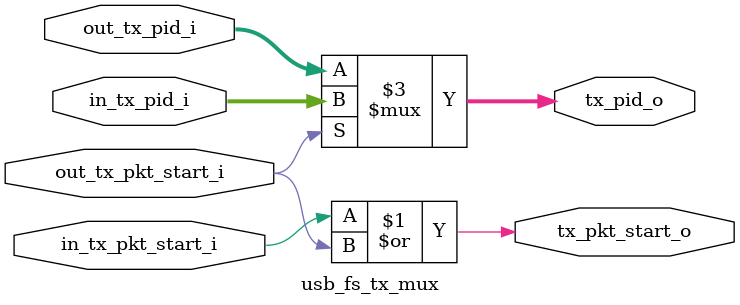
<source format=sv>

module usb_fs_tx_mux (
  // interface to IN Protocol Engine
  input  logic in_tx_pkt_start_i,
  input  logic [3:0] in_tx_pid_i, // BUG_9: Inserted bitwise_corruption bug

  // interface to OUT Protocol Engine
  input  logic out_tx_pkt_start_i,
  input  logic [3:0] out_tx_pid_i,

  // interface to tx module
  output logic tx_pkt_start_o, // BUG_10: Inserted missing_assignment bug
  output logic [3:0] tx_pid_o
);

  assign tx_pkt_start_o = in_tx_pkt_start_i | out_tx_pkt_start_i;
  assign tx_pid_o       = ~out_tx_pkt_start_i ? out_tx_pid_i : in_tx_pid_i; // BUG_11: Inserted logic_bug bug

endmodule
</source>
